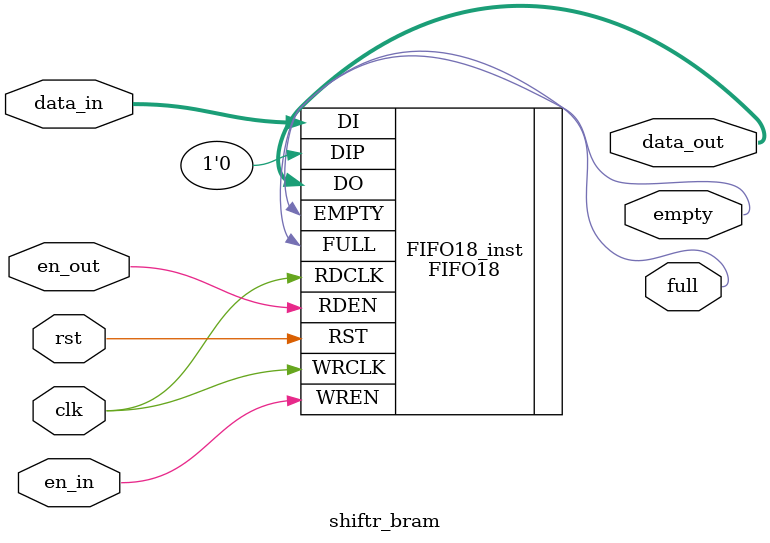
<source format=v>

module shiftr_bram
(
	input				en_in,
	input				en_out,
	input				clk,
	input				rst,
	output			empty,
	output			full,

	input		[7:0]	data_in,
	output	[7:0] data_out
);

//wire rst_n, en_in_n, en_out_n;
//assign rst_n = ~rst;
//assign en_in_n = ~en_in;
//assign en_out_n = ~en_out;

/* V5 Primitive */
FIFO18 #(
	.FIRST_WORD_FALL_THROUGH("TRUE"),
	.DO_REG(1),
	.DATA_WIDTH(9)
	) FIFO18_inst (
	.DI(data_in),
	.DIP(1'b0),
	.WREN(en_in),
	.WRCLK(clk),
	.RDEN(en_out),
	.RDCLK(clk),
	.RST(rst),
	.DO(data_out),
	.FULL(full),
	.EMPTY(empty)
	);
/**/

/* V4 Primitive
FIFO16 #(
	.FIRST_WORD_FALL_THROUGH("TRUE"),
	//.DO_REG(1),
	.DATA_WIDTH(9)
	) FIFO16_inst (
	.DI(data_in),
	.DIP(1'b0),
	.WREN(en_in),
	.WRCLK(clk),
	.RDEN(en_out),
	.RDCLK(clk),
	.RST(rst),
	.DO(data_out),
	.FULL(full),
	.EMPTY(empty)
	);
*/

endmodule

</source>
